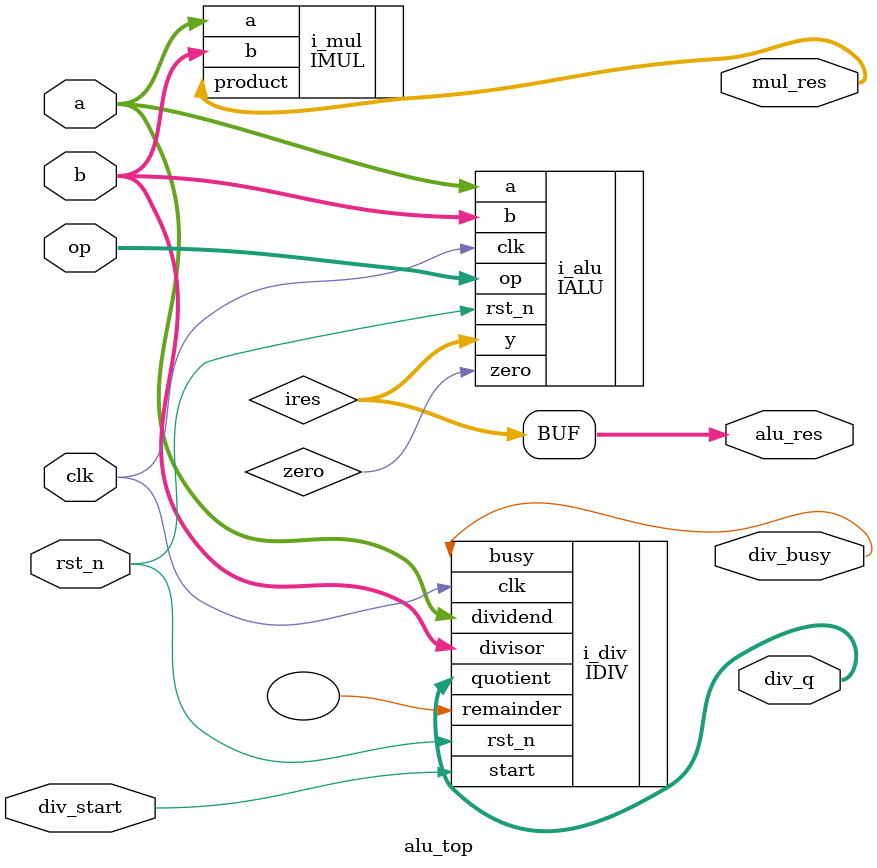
<source format=v>
module alu_top (
  input clk, rst_n,
  input [3:0] op,
  input [63:0] a, b,
  input div_start,
  output [127:0] mul_res,
  output [63:0] alu_res,
  output div_busy,
  output [63:0] div_q
);
  wire [63:0] ires;
  wire zero;
  IALU i_alu(.clk(clk), .rst_n(rst_n), .op(op), .a(a), .b(b), .y(ires), .zero(zero));
  IMUL i_mul(.a(a), .b(b), .product(mul_res));
  IDIV i_div(.clk(clk), .rst_n(rst_n), .start(div_start), .dividend(a), .divisor(b), .busy(div_busy), .quotient(div_q), .remainder());
  assign alu_res = ires;
endmodule


</source>
